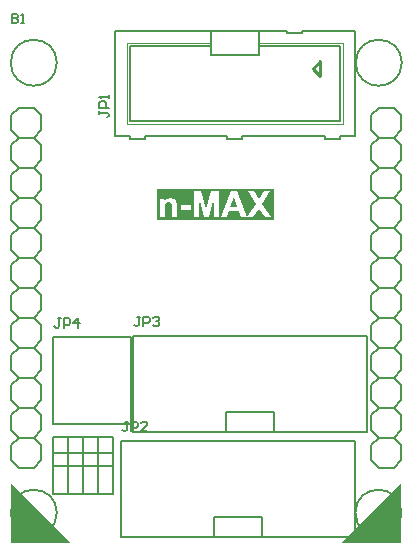
<source format=gbr>
%FSLAX44Y44*%
%MOMM*%
G71*
G01*
G75*
G04 Layer_Color=9279142*
%ADD10R,0.8000X0.6000*%
%ADD11C,0.2000*%
G04:AMPARAMS|DCode=12|XSize=1.4mm|YSize=1.4mm|CornerRadius=0mm|HoleSize=0mm|Usage=FLASHONLY|Rotation=270.000|XOffset=0mm|YOffset=0mm|HoleType=Round|Shape=Octagon|*
%AMOCTAGOND12*
4,1,8,-0.3500,-0.7000,0.3500,-0.7000,0.7000,-0.3500,0.7000,0.3500,0.3500,0.7000,-0.3500,0.7000,-0.7000,0.3500,-0.7000,-0.3500,-0.3500,-0.7000,0.0*
%
%ADD12OCTAGOND12*%

G04:AMPARAMS|DCode=13|XSize=1.4mm|YSize=1.4mm|CornerRadius=0mm|HoleSize=0mm|Usage=FLASHONLY|Rotation=0.000|XOffset=0mm|YOffset=0mm|HoleType=Round|Shape=Octagon|*
%AMOCTAGOND13*
4,1,8,0.7000,-0.3500,0.7000,0.3500,0.3500,0.7000,-0.3500,0.7000,-0.7000,0.3500,-0.7000,-0.3500,-0.3500,-0.7000,0.3500,-0.7000,0.7000,-0.3500,0.0*
%
%ADD13OCTAGOND13*%

%ADD14C,1.4000*%
G04:AMPARAMS|DCode=15|XSize=1.6002mm|YSize=1.6002mm|CornerRadius=0mm|HoleSize=0mm|Usage=FLASHONLY|Rotation=270.000|XOffset=0mm|YOffset=0mm|HoleType=Round|Shape=Octagon|*
%AMOCTAGOND15*
4,1,8,-0.4001,-0.8001,0.4001,-0.8001,0.8001,-0.4001,0.8001,0.4001,0.4001,0.8001,-0.4001,0.8001,-0.8001,0.4001,-0.8001,-0.4001,-0.4001,-0.8001,0.0*
%
%ADD15OCTAGOND15*%

%ADD16C,1.0000*%
G04:AMPARAMS|DCode=17|XSize=1.6002mm|YSize=1.6002mm|CornerRadius=0mm|HoleSize=0mm|Usage=FLASHONLY|Rotation=180.000|XOffset=0mm|YOffset=0mm|HoleType=Round|Shape=Octagon|*
%AMOCTAGOND17*
4,1,8,-0.8001,0.4001,-0.8001,-0.4001,-0.4001,-0.8001,0.4001,-0.8001,0.8001,-0.4001,0.8001,0.4001,0.4001,0.8001,-0.4001,0.8001,-0.8001,0.4001,0.0*
%
%ADD17OCTAGOND17*%

%ADD18C,1.6002*%
%ADD19C,0.5000*%
%ADD20C,1.0160*%
%ADD21C,2.0160*%
%ADD22C,1.9304*%
G04:AMPARAMS|DCode=23|XSize=2.4384mm|YSize=2.4384mm|CornerRadius=0mm|HoleSize=0mm|Usage=FLASHONLY|Rotation=0.000|XOffset=0mm|YOffset=0mm|HoleType=Round|Shape=Relief|Width=0.254mm|Gap=0.254mm|Entries=4|*
%AMTHD23*
7,0,0,2.4384,1.9304,0.2540,45*
%
%ADD23THD23*%
G04:AMPARAMS|DCode=24|XSize=2.524mm|YSize=2.524mm|CornerRadius=0mm|HoleSize=0mm|Usage=FLASHONLY|Rotation=0.000|XOffset=0mm|YOffset=0mm|HoleType=Round|Shape=Relief|Width=0.254mm|Gap=0.254mm|Entries=4|*
%AMTHD24*
7,0,0,2.5240,2.0160,0.2540,45*
%
%ADD24THD24*%
%ADD25C,3.0160*%
%ADD26C,1.9160*%
G04:AMPARAMS|DCode=27|XSize=2.424mm|YSize=2.424mm|CornerRadius=0mm|HoleSize=0mm|Usage=FLASHONLY|Rotation=0.000|XOffset=0mm|YOffset=0mm|HoleType=Round|Shape=Relief|Width=0.254mm|Gap=0.254mm|Entries=4|*
%AMTHD27*
7,0,0,2.4240,1.9160,0.2540,45*
%
%ADD27THD27*%
G04:AMPARAMS|DCode=28|XSize=1.724mm|YSize=1.724mm|CornerRadius=0mm|HoleSize=0mm|Usage=FLASHONLY|Rotation=0.000|XOffset=0mm|YOffset=0mm|HoleType=Round|Shape=Relief|Width=0.254mm|Gap=0.254mm|Entries=4|*
%AMTHD28*
7,0,0,1.7240,1.2160,0.2540,45*
%
%ADD28THD28*%
%ADD29C,1.2160*%
%ADD30R,0.6000X0.8000*%
%ADD31R,1.1998X0.2498*%
%ADD32R,0.2498X1.1998*%
%ADD33R,3.8100X2.0066*%
%ADD34R,1.4986X2.0066*%
%ADD35C,0.1500*%
%ADD36C,0.1270*%
%ADD37C,0.2500*%
%ADD38C,0.0508*%
G36*
X222412Y273090D02*
X123230D01*
Y299901D01*
X222412D01*
Y273090D01*
D02*
G37*
G36*
X50800Y0D02*
X0D01*
Y50800D01*
X50800Y0D01*
D02*
G37*
G36*
X330200D02*
X279400D01*
X330200Y50950D01*
Y0D01*
D02*
G37*
%LPC*%
G36*
X152089Y285583D02*
X143922D01*
Y281400D01*
X152089D01*
Y285583D01*
D02*
G37*
G36*
X190798Y297401D02*
X186150D01*
X177685Y275590D01*
X182332D01*
X184125Y280536D01*
X192922D01*
X194781Y275590D01*
X199562D01*
X190798Y297401D01*
D02*
G37*
G36*
X175527D02*
X168887D01*
X165003Y282495D01*
X161052Y297401D01*
X154479D01*
Y275590D01*
X158563D01*
Y292753D01*
X162878Y275590D01*
X167094D01*
X171410Y292753D01*
X171443Y275590D01*
X175527D01*
Y297401D01*
D02*
G37*
G36*
X219248D02*
X214102D01*
X209787Y290861D01*
X205504Y297401D01*
X200359D01*
X207197Y286944D01*
X199662Y275590D01*
X204940D01*
X209787Y282960D01*
X214601Y275590D01*
X219912D01*
X212409Y286944D01*
X219248Y297401D01*
D02*
G37*
G36*
X135025Y291724D02*
X134793D01*
X134229Y291691D01*
X133664Y291625D01*
X133166Y291492D01*
X132668Y291326D01*
X132204Y291093D01*
X131772Y290894D01*
X131407Y290629D01*
X131042Y290396D01*
X130710Y290164D01*
X130444Y289898D01*
X130178Y289699D01*
X129979Y289500D01*
X129813Y289301D01*
X129714Y289168D01*
X129647Y289102D01*
X129614Y289068D01*
Y291392D01*
X125730D01*
Y275590D01*
X129913D01*
Y282728D01*
Y283192D01*
Y283657D01*
X129946Y284055D01*
Y284421D01*
X129979Y284753D01*
X130013Y285051D01*
X130046Y285317D01*
X130079Y285549D01*
X130112Y285914D01*
X130178Y286147D01*
X130212Y286313D01*
Y286346D01*
X130344Y286711D01*
X130544Y287010D01*
X130743Y287276D01*
X130909Y287508D01*
X131108Y287707D01*
X131241Y287840D01*
X131340Y287906D01*
X131374Y287940D01*
X131706Y288139D01*
X132038Y288272D01*
X132370Y288404D01*
X132668Y288471D01*
X132934Y288504D01*
X133133Y288537D01*
X133332D01*
X133631Y288504D01*
X133897Y288471D01*
X134162Y288404D01*
X134361Y288338D01*
X134527Y288238D01*
X134660Y288172D01*
X134727Y288139D01*
X134760Y288106D01*
X135158Y287740D01*
X135424Y287342D01*
X135523Y287176D01*
X135590Y287043D01*
X135623Y286944D01*
Y286910D01*
X135689Y286744D01*
X135723Y286545D01*
X135789Y286080D01*
X135855Y285549D01*
X135889Y284985D01*
X135922Y284487D01*
Y284255D01*
Y284022D01*
Y283856D01*
Y283724D01*
Y283657D01*
Y283624D01*
Y275590D01*
X140105D01*
Y285383D01*
Y286014D01*
X140071Y286579D01*
X140038Y287076D01*
X140005Y287475D01*
X139939Y287774D01*
X139906Y288006D01*
X139872Y288139D01*
Y288172D01*
X139773Y288537D01*
X139640Y288869D01*
X139507Y289168D01*
X139374Y289433D01*
X139242Y289633D01*
X139142Y289799D01*
X139075Y289898D01*
X139042Y289931D01*
X138810Y290230D01*
X138511Y290463D01*
X138246Y290695D01*
X137947Y290894D01*
X137714Y291027D01*
X137515Y291127D01*
X137382Y291193D01*
X137316Y291226D01*
X136884Y291392D01*
X136453Y291525D01*
X136021Y291591D01*
X135623Y291658D01*
X135291Y291691D01*
X135025Y291724D01*
D02*
G37*
%LPD*%
G36*
X191495Y284221D02*
X185486D01*
X188441Y292322D01*
X191495Y284221D01*
D02*
G37*
D11*
X101460Y100110D02*
Y174110D01*
X35460Y100110D02*
X101460D01*
X35460D02*
Y174110D01*
X101460D01*
X212020Y4970D02*
Y21470D01*
X171270D02*
X212020D01*
X171270Y4970D02*
Y21470D01*
X92770Y4970D02*
Y86470D01*
X290770D01*
X92770Y4970D02*
X290770D01*
Y86470D01*
X222180Y93870D02*
Y110370D01*
X181430D02*
X222180D01*
X181430Y93870D02*
Y110370D01*
X102930Y93870D02*
Y175370D01*
X300930D01*
X102930Y93870D02*
X300930D01*
Y175370D01*
X41908Y190070D02*
X39242D01*
X40575D01*
Y183406D01*
X39242Y182073D01*
X37909D01*
X36576Y183406D01*
X44573Y182073D02*
Y190070D01*
X48572D01*
X49905Y188737D01*
Y186072D01*
X48572Y184739D01*
X44573D01*
X56570Y182073D02*
Y190070D01*
X52571Y186072D01*
X57902D01*
X99058Y102440D02*
X96392D01*
X97725D01*
Y95776D01*
X96392Y94443D01*
X95059D01*
X93726Y95776D01*
X101723Y94443D02*
Y102440D01*
X105722D01*
X107055Y101107D01*
Y98442D01*
X105722Y97109D01*
X101723D01*
X115052Y94443D02*
X109721D01*
X115052Y99775D01*
Y101107D01*
X113720Y102440D01*
X111054D01*
X109721Y101107D01*
X109218Y191340D02*
X106552D01*
X107885D01*
Y184676D01*
X106552Y183343D01*
X105219D01*
X103886Y184676D01*
X111883Y183343D02*
Y191340D01*
X115882D01*
X117215Y190007D01*
Y187342D01*
X115882Y186009D01*
X111883D01*
X119881Y190007D02*
X121214Y191340D01*
X123880D01*
X125212Y190007D01*
Y188675D01*
X123880Y187342D01*
X122547D01*
X123880D01*
X125212Y186009D01*
Y184676D01*
X123880Y183343D01*
X121214D01*
X119881Y184676D01*
X254Y447880D02*
Y439883D01*
X4253D01*
X5586Y441216D01*
Y442549D01*
X4253Y443882D01*
X254D01*
X4253D01*
X5586Y445215D01*
Y446547D01*
X4253Y447880D01*
X254D01*
X8252Y439883D02*
X10917D01*
X9584D01*
Y447880D01*
X8252Y446547D01*
X74553Y365599D02*
Y362933D01*
Y364266D01*
X81217D01*
X82550Y362933D01*
Y361600D01*
X81217Y360267D01*
X82550Y368265D02*
X74553D01*
Y372263D01*
X75886Y373596D01*
X78551D01*
X79884Y372263D01*
Y368265D01*
X82550Y376262D02*
Y378928D01*
Y377595D01*
X74553D01*
X75886Y376262D01*
D35*
X330650Y406400D02*
G03*
X330650Y406400I-19500J0D01*
G01*
X38550D02*
G03*
X38550Y406400I-19500J0D01*
G01*
X330396Y25400D02*
G03*
X330396Y25400I-19500J0D01*
G01*
X38550D02*
G03*
X38550Y25400I-19500J0D01*
G01*
X48260Y41148D02*
Y65278D01*
X35560Y41148D02*
X48260D01*
X35560D02*
Y65278D01*
X48260D01*
X60960Y41148D02*
Y65278D01*
X48260Y41148D02*
X60960D01*
X48260D02*
Y65278D01*
X60960D01*
X86360Y41148D02*
Y65278D01*
X73660Y41148D02*
X86360D01*
X73660D02*
Y65278D01*
X86360D01*
X73660Y41148D02*
Y65278D01*
X60960Y41148D02*
X73660D01*
X60960D02*
Y65278D01*
X73660D01*
X35660Y75720D02*
X48360D01*
X35560Y89408D02*
X48410D01*
X35560Y65278D02*
Y89408D01*
Y65278D02*
X48410D01*
Y89408D01*
X48360Y75720D02*
X61060D01*
X48260Y89408D02*
X61110D01*
X48260Y65278D02*
Y89408D01*
Y65278D02*
X61110D01*
Y89408D01*
X73760Y75720D02*
X86460D01*
X73660Y89408D02*
X86510D01*
X73660Y65278D02*
Y89408D01*
Y65278D02*
X86510D01*
Y89408D01*
X61060Y75720D02*
X73760D01*
X60960Y89408D02*
X73810D01*
X60960Y65278D02*
Y89408D01*
Y65278D02*
X73810D01*
Y89408D01*
D36*
X25400Y323850D02*
Y336550D01*
Y349250D02*
Y361950D01*
Y298450D02*
Y311150D01*
Y247650D02*
Y260350D01*
Y273050D02*
Y285750D01*
Y222250D02*
Y234950D01*
Y171450D02*
Y184150D01*
Y196850D02*
Y209550D01*
Y146050D02*
Y158750D01*
Y95250D02*
Y107950D01*
Y120650D02*
Y133350D01*
Y69850D02*
Y82550D01*
X304800Y349250D02*
Y361950D01*
X311150Y368300D01*
X323850D02*
X330200Y361950D01*
X311150Y368300D02*
X323850D01*
X304800Y336550D02*
X311150Y342900D01*
X304800Y323850D02*
Y336550D01*
Y323850D02*
X311150Y317500D01*
X323850D01*
X330200Y323850D01*
Y336550D01*
X323850Y342900D02*
X330200Y336550D01*
X304800Y349250D02*
X311150Y342900D01*
X323850D01*
X330200Y349250D01*
Y361950D01*
X304800Y273050D02*
Y285750D01*
X311150Y292100D01*
X323850D02*
X330200Y285750D01*
X304800Y311150D02*
X311150Y317500D01*
X304800Y298450D02*
Y311150D01*
Y298450D02*
X311150Y292100D01*
X323850D01*
X330200Y298450D01*
Y311150D01*
X323850Y317500D02*
X330200Y311150D01*
X304800Y260350D02*
X311150Y266700D01*
X304800Y247650D02*
Y260350D01*
Y247650D02*
X311150Y241300D01*
X323850D01*
X330200Y247650D01*
Y260350D01*
X323850Y266700D02*
X330200Y260350D01*
X304800Y273050D02*
X311150Y266700D01*
X323850D01*
X330200Y273050D01*
Y285750D01*
X304800Y196850D02*
Y209550D01*
X311150Y215900D01*
X323850D02*
X330200Y209550D01*
X304800Y234950D02*
X311150Y241300D01*
X304800Y222250D02*
Y234950D01*
Y222250D02*
X311150Y215900D01*
X323850D01*
X330200Y222250D01*
Y234950D01*
X323850Y241300D02*
X330200Y234950D01*
X304800Y184150D02*
X311150Y190500D01*
X304800Y171450D02*
Y184150D01*
Y171450D02*
X311150Y165100D01*
X323850D01*
X330200Y171450D01*
Y184150D01*
X323850Y190500D02*
X330200Y184150D01*
X304800Y196850D02*
X311150Y190500D01*
X323850D01*
X330200Y196850D01*
Y209550D01*
X304800Y120650D02*
Y133350D01*
X311150Y139700D01*
X323850D02*
X330200Y133350D01*
X304800Y158750D02*
X311150Y165100D01*
X304800Y146050D02*
Y158750D01*
Y146050D02*
X311150Y139700D01*
X323850D01*
X330200Y146050D01*
Y158750D01*
X323850Y165100D02*
X330200Y158750D01*
X304800Y107950D02*
X311150Y114300D01*
X304800Y95250D02*
Y107950D01*
Y95250D02*
X311150Y88900D01*
X323850D01*
X330200Y95250D01*
Y107950D01*
X323850Y114300D02*
X330200Y107950D01*
X304800Y120650D02*
X311150Y114300D01*
X323850D01*
X330200Y120650D01*
Y133350D01*
X304800Y82550D02*
X311150Y88900D01*
X304800Y69850D02*
Y82550D01*
Y69850D02*
X311150Y63500D01*
X323850D01*
X330200Y69850D01*
Y82550D01*
X323850Y88900D02*
X330200Y82550D01*
X0Y349250D02*
Y361950D01*
X6350Y368300D01*
X19050D02*
X25400Y361950D01*
X6350Y368300D02*
X19050D01*
X0Y336550D02*
X6350Y342900D01*
X0Y323850D02*
Y336550D01*
Y323850D02*
X6350Y317500D01*
X19050D01*
X25400Y323850D01*
X19050Y342900D02*
X25400Y336550D01*
X0Y349250D02*
X6350Y342900D01*
X19050D01*
X25400Y349250D01*
X0Y273050D02*
Y285750D01*
X6350Y292100D01*
X19050D02*
X25400Y285750D01*
X0Y311150D02*
X6350Y317500D01*
X0Y298450D02*
Y311150D01*
Y298450D02*
X6350Y292100D01*
X19050D01*
X25400Y298450D01*
X19050Y317500D02*
X25400Y311150D01*
X0Y260350D02*
X6350Y266700D01*
X0Y247650D02*
Y260350D01*
Y247650D02*
X6350Y241300D01*
X19050D01*
X25400Y247650D01*
X19050Y266700D02*
X25400Y260350D01*
X0Y273050D02*
X6350Y266700D01*
X19050D01*
X25400Y273050D01*
X0Y196850D02*
Y209550D01*
X6350Y215900D01*
X19050D02*
X25400Y209550D01*
X0Y234950D02*
X6350Y241300D01*
X0Y222250D02*
Y234950D01*
Y222250D02*
X6350Y215900D01*
X19050D01*
X25400Y222250D01*
X19050Y241300D02*
X25400Y234950D01*
X0Y184150D02*
X6350Y190500D01*
X0Y171450D02*
Y184150D01*
Y171450D02*
X6350Y165100D01*
X19050D01*
X25400Y171450D01*
X19050Y190500D02*
X25400Y184150D01*
X0Y196850D02*
X6350Y190500D01*
X19050D01*
X25400Y196850D01*
X0Y120650D02*
Y133350D01*
X6350Y139700D01*
X19050D02*
X25400Y133350D01*
X0Y158750D02*
X6350Y165100D01*
X0Y146050D02*
Y158750D01*
Y146050D02*
X6350Y139700D01*
X19050D01*
X25400Y146050D01*
X19050Y165100D02*
X25400Y158750D01*
X0Y107950D02*
X6350Y114300D01*
X0Y95250D02*
Y107950D01*
Y95250D02*
X6350Y88900D01*
X19050D01*
X25400Y95250D01*
X19050Y114300D02*
X25400Y107950D01*
X0Y120650D02*
X6350Y114300D01*
X19050D01*
X25400Y120650D01*
X0Y82550D02*
X6350Y88900D01*
X0Y69850D02*
Y82550D01*
Y69850D02*
X6350Y63500D01*
X19050D01*
X25400Y69850D01*
X19050Y88900D02*
X25400Y82550D01*
X168910Y412750D02*
X209550D01*
Y420370D01*
Y422910D02*
Y433070D01*
X168910Y412750D02*
Y420370D01*
Y422910D02*
Y433070D01*
Y420370D02*
Y422910D01*
X209550Y420370D02*
Y422910D01*
X100330Y356870D02*
X278130D01*
X100330D02*
Y420370D01*
X278130Y356870D02*
Y420370D01*
Y344170D02*
X290830D01*
X87630Y433070D02*
X170180D01*
X87630Y344170D02*
Y433070D01*
X290830Y344170D02*
Y433070D01*
X100330Y420370D02*
X143510D01*
X209550D02*
X278130D01*
X100330Y341630D02*
Y344170D01*
Y341630D02*
X113030D01*
Y344170D01*
X87630D02*
X100330D01*
X182880Y341630D02*
X195580D01*
X182880D02*
Y344170D01*
X113030D02*
X182880D01*
X195580Y341630D02*
Y344170D01*
X265430Y341630D02*
X278130D01*
Y344170D01*
X265430Y341630D02*
Y344170D01*
X195580D02*
X265430D01*
X168910Y433070D02*
X209550D01*
X158750Y420370D02*
X168910D01*
X143510D02*
X158750D01*
X209550Y433070D02*
X233680D01*
Y431800D02*
Y433070D01*
Y431800D02*
X246380D01*
Y433070D01*
X290830D01*
D37*
X255270Y401320D02*
X261620Y394970D01*
X255270Y401320D02*
X261620Y407670D01*
Y394970D02*
Y407670D01*
D38*
X97790Y422910D02*
X158750D01*
X168910D01*
X97790Y354330D02*
Y422910D01*
Y354330D02*
X280670D01*
Y422910D01*
X209550D02*
X280670D01*
M02*

</source>
